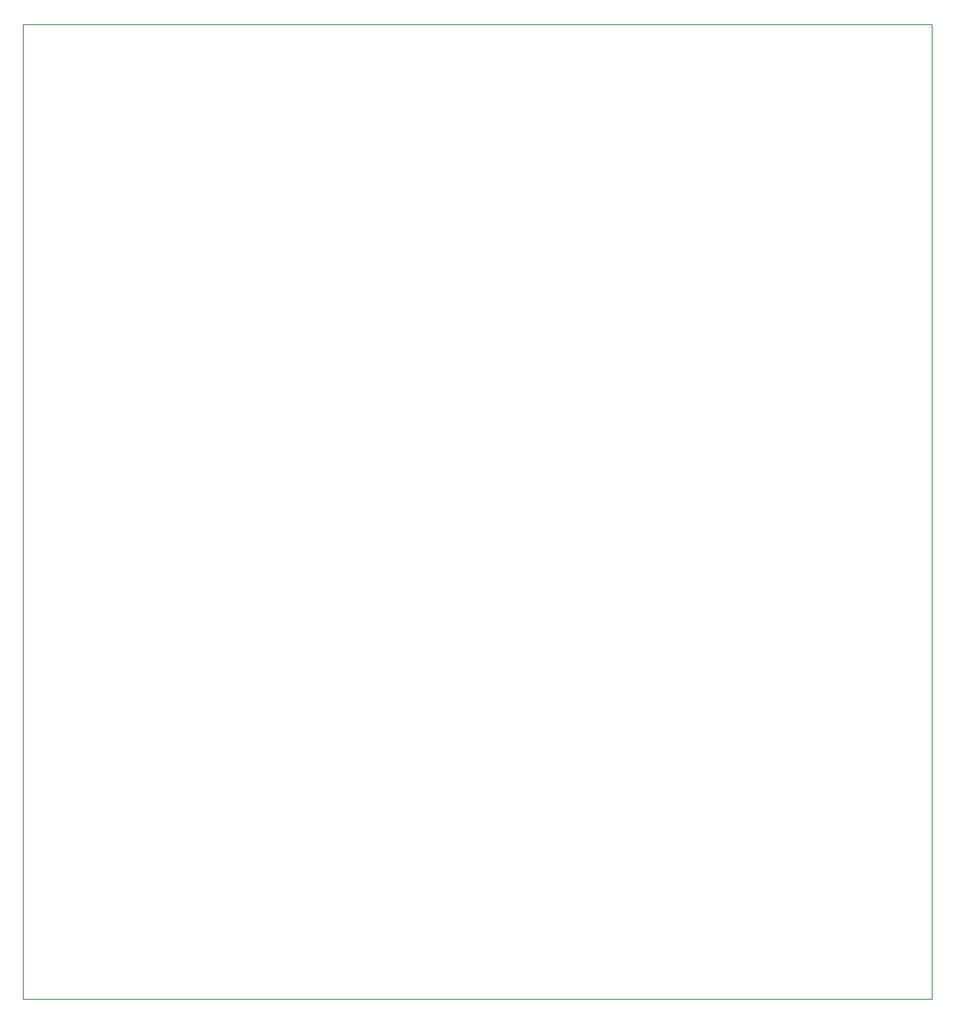
<source format=gbr>
G04 #@! TF.FileFunction,Profile,NP*
%FSLAX46Y46*%
G04 Gerber Fmt 4.6, Leading zero omitted, Abs format (unit mm)*
G04 Created by KiCad (PCBNEW 4.0.7-e2-6376~61~ubuntu18.04.1) date Sun Jul 26 21:24:59 2020*
%MOMM*%
%LPD*%
G01*
G04 APERTURE LIST*
%ADD10C,0.150000*%
G04 APERTURE END LIST*
D10*
X70000000Y-247500000D02*
X70000000Y-60000000D01*
X245000000Y-247500000D02*
X70000000Y-247500000D01*
X245000000Y-60000000D02*
X245000000Y-247500000D01*
X244750000Y-60000000D02*
X245000000Y-60000000D01*
X70000000Y-60000000D02*
X244750000Y-60000000D01*
M02*

</source>
